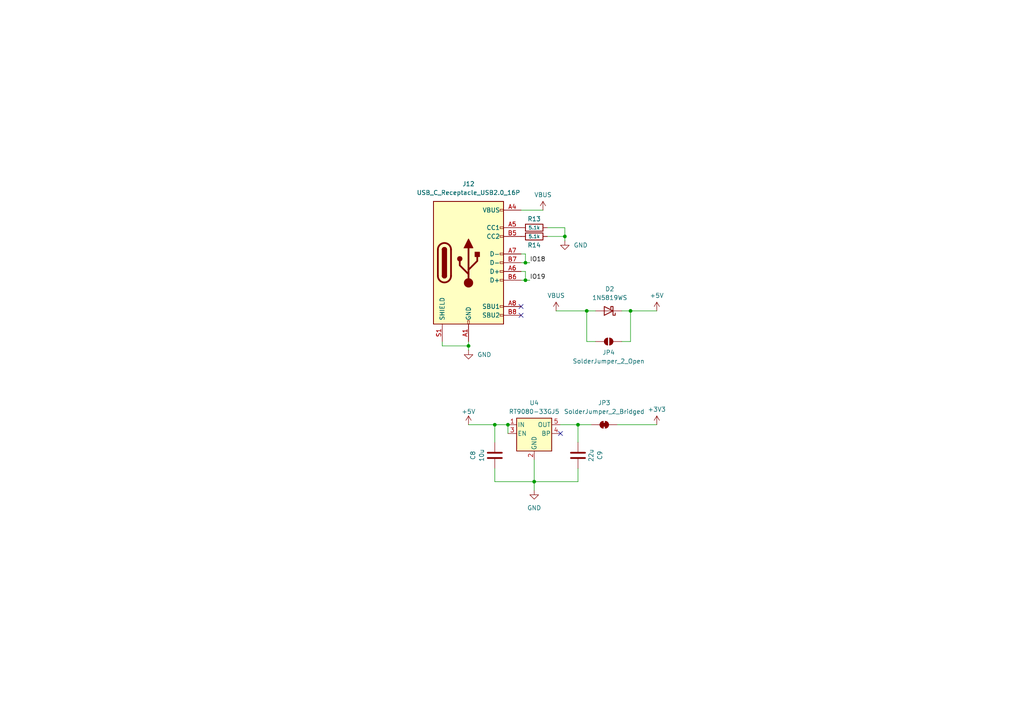
<source format=kicad_sch>
(kicad_sch
	(version 20250114)
	(generator "eeschema")
	(generator_version "9.0")
	(uuid "f4df11af-6036-4abd-a400-2d295c970c6f")
	(paper "A4")
	(lib_symbols
		(symbol "Connector:USB_C_Receptacle_USB2.0_16P"
			(pin_names
				(offset 1.016)
			)
			(exclude_from_sim no)
			(in_bom yes)
			(on_board yes)
			(property "Reference" "J"
				(at 0 22.225 0)
				(effects
					(font
						(size 1.27 1.27)
					)
				)
			)
			(property "Value" "USB_C_Receptacle_USB2.0_16P"
				(at 0 19.685 0)
				(effects
					(font
						(size 1.27 1.27)
					)
				)
			)
			(property "Footprint" ""
				(at 3.81 0 0)
				(effects
					(font
						(size 1.27 1.27)
					)
					(hide yes)
				)
			)
			(property "Datasheet" "https://www.usb.org/sites/default/files/documents/usb_type-c.zip"
				(at 3.81 0 0)
				(effects
					(font
						(size 1.27 1.27)
					)
					(hide yes)
				)
			)
			(property "Description" "USB 2.0-only 16P Type-C Receptacle connector"
				(at 0 0 0)
				(effects
					(font
						(size 1.27 1.27)
					)
					(hide yes)
				)
			)
			(property "ki_keywords" "usb universal serial bus type-C USB2.0"
				(at 0 0 0)
				(effects
					(font
						(size 1.27 1.27)
					)
					(hide yes)
				)
			)
			(property "ki_fp_filters" "USB*C*Receptacle*"
				(at 0 0 0)
				(effects
					(font
						(size 1.27 1.27)
					)
					(hide yes)
				)
			)
			(symbol "USB_C_Receptacle_USB2.0_16P_0_0"
				(rectangle
					(start -0.254 -17.78)
					(end 0.254 -16.764)
					(stroke
						(width 0)
						(type default)
					)
					(fill
						(type none)
					)
				)
				(rectangle
					(start 10.16 15.494)
					(end 9.144 14.986)
					(stroke
						(width 0)
						(type default)
					)
					(fill
						(type none)
					)
				)
				(rectangle
					(start 10.16 10.414)
					(end 9.144 9.906)
					(stroke
						(width 0)
						(type default)
					)
					(fill
						(type none)
					)
				)
				(rectangle
					(start 10.16 7.874)
					(end 9.144 7.366)
					(stroke
						(width 0)
						(type default)
					)
					(fill
						(type none)
					)
				)
				(rectangle
					(start 10.16 2.794)
					(end 9.144 2.286)
					(stroke
						(width 0)
						(type default)
					)
					(fill
						(type none)
					)
				)
				(rectangle
					(start 10.16 0.254)
					(end 9.144 -0.254)
					(stroke
						(width 0)
						(type default)
					)
					(fill
						(type none)
					)
				)
				(rectangle
					(start 10.16 -2.286)
					(end 9.144 -2.794)
					(stroke
						(width 0)
						(type default)
					)
					(fill
						(type none)
					)
				)
				(rectangle
					(start 10.16 -4.826)
					(end 9.144 -5.334)
					(stroke
						(width 0)
						(type default)
					)
					(fill
						(type none)
					)
				)
				(rectangle
					(start 10.16 -12.446)
					(end 9.144 -12.954)
					(stroke
						(width 0)
						(type default)
					)
					(fill
						(type none)
					)
				)
				(rectangle
					(start 10.16 -14.986)
					(end 9.144 -15.494)
					(stroke
						(width 0)
						(type default)
					)
					(fill
						(type none)
					)
				)
			)
			(symbol "USB_C_Receptacle_USB2.0_16P_0_1"
				(rectangle
					(start -10.16 17.78)
					(end 10.16 -17.78)
					(stroke
						(width 0.254)
						(type default)
					)
					(fill
						(type background)
					)
				)
				(polyline
					(pts
						(xy -8.89 -3.81) (xy -8.89 3.81)
					)
					(stroke
						(width 0.508)
						(type default)
					)
					(fill
						(type none)
					)
				)
				(rectangle
					(start -7.62 -3.81)
					(end -6.35 3.81)
					(stroke
						(width 0.254)
						(type default)
					)
					(fill
						(type outline)
					)
				)
				(arc
					(start -7.62 3.81)
					(mid -6.985 4.4423)
					(end -6.35 3.81)
					(stroke
						(width 0.254)
						(type default)
					)
					(fill
						(type none)
					)
				)
				(arc
					(start -7.62 3.81)
					(mid -6.985 4.4423)
					(end -6.35 3.81)
					(stroke
						(width 0.254)
						(type default)
					)
					(fill
						(type outline)
					)
				)
				(arc
					(start -8.89 3.81)
					(mid -6.985 5.7067)
					(end -5.08 3.81)
					(stroke
						(width 0.508)
						(type default)
					)
					(fill
						(type none)
					)
				)
				(arc
					(start -5.08 -3.81)
					(mid -6.985 -5.7067)
					(end -8.89 -3.81)
					(stroke
						(width 0.508)
						(type default)
					)
					(fill
						(type none)
					)
				)
				(arc
					(start -6.35 -3.81)
					(mid -6.985 -4.4423)
					(end -7.62 -3.81)
					(stroke
						(width 0.254)
						(type default)
					)
					(fill
						(type none)
					)
				)
				(arc
					(start -6.35 -3.81)
					(mid -6.985 -4.4423)
					(end -7.62 -3.81)
					(stroke
						(width 0.254)
						(type default)
					)
					(fill
						(type outline)
					)
				)
				(polyline
					(pts
						(xy -5.08 3.81) (xy -5.08 -3.81)
					)
					(stroke
						(width 0.508)
						(type default)
					)
					(fill
						(type none)
					)
				)
				(circle
					(center -2.54 1.143)
					(radius 0.635)
					(stroke
						(width 0.254)
						(type default)
					)
					(fill
						(type outline)
					)
				)
				(polyline
					(pts
						(xy -1.27 4.318) (xy 0 6.858) (xy 1.27 4.318) (xy -1.27 4.318)
					)
					(stroke
						(width 0.254)
						(type default)
					)
					(fill
						(type outline)
					)
				)
				(polyline
					(pts
						(xy 0 -2.032) (xy 2.54 0.508) (xy 2.54 1.778)
					)
					(stroke
						(width 0.508)
						(type default)
					)
					(fill
						(type none)
					)
				)
				(polyline
					(pts
						(xy 0 -3.302) (xy -2.54 -0.762) (xy -2.54 0.508)
					)
					(stroke
						(width 0.508)
						(type default)
					)
					(fill
						(type none)
					)
				)
				(polyline
					(pts
						(xy 0 -5.842) (xy 0 4.318)
					)
					(stroke
						(width 0.508)
						(type default)
					)
					(fill
						(type none)
					)
				)
				(circle
					(center 0 -5.842)
					(radius 1.27)
					(stroke
						(width 0)
						(type default)
					)
					(fill
						(type outline)
					)
				)
				(rectangle
					(start 1.905 1.778)
					(end 3.175 3.048)
					(stroke
						(width 0.254)
						(type default)
					)
					(fill
						(type outline)
					)
				)
			)
			(symbol "USB_C_Receptacle_USB2.0_16P_1_1"
				(pin passive line
					(at -7.62 -22.86 90)
					(length 5.08)
					(name "SHIELD"
						(effects
							(font
								(size 1.27 1.27)
							)
						)
					)
					(number "S1"
						(effects
							(font
								(size 1.27 1.27)
							)
						)
					)
				)
				(pin passive line
					(at 0 -22.86 90)
					(length 5.08)
					(name "GND"
						(effects
							(font
								(size 1.27 1.27)
							)
						)
					)
					(number "A1"
						(effects
							(font
								(size 1.27 1.27)
							)
						)
					)
				)
				(pin passive line
					(at 0 -22.86 90)
					(length 5.08)
					(hide yes)
					(name "GND"
						(effects
							(font
								(size 1.27 1.27)
							)
						)
					)
					(number "A12"
						(effects
							(font
								(size 1.27 1.27)
							)
						)
					)
				)
				(pin passive line
					(at 0 -22.86 90)
					(length 5.08)
					(hide yes)
					(name "GND"
						(effects
							(font
								(size 1.27 1.27)
							)
						)
					)
					(number "B1"
						(effects
							(font
								(size 1.27 1.27)
							)
						)
					)
				)
				(pin passive line
					(at 0 -22.86 90)
					(length 5.08)
					(hide yes)
					(name "GND"
						(effects
							(font
								(size 1.27 1.27)
							)
						)
					)
					(number "B12"
						(effects
							(font
								(size 1.27 1.27)
							)
						)
					)
				)
				(pin passive line
					(at 15.24 15.24 180)
					(length 5.08)
					(name "VBUS"
						(effects
							(font
								(size 1.27 1.27)
							)
						)
					)
					(number "A4"
						(effects
							(font
								(size 1.27 1.27)
							)
						)
					)
				)
				(pin passive line
					(at 15.24 15.24 180)
					(length 5.08)
					(hide yes)
					(name "VBUS"
						(effects
							(font
								(size 1.27 1.27)
							)
						)
					)
					(number "A9"
						(effects
							(font
								(size 1.27 1.27)
							)
						)
					)
				)
				(pin passive line
					(at 15.24 15.24 180)
					(length 5.08)
					(hide yes)
					(name "VBUS"
						(effects
							(font
								(size 1.27 1.27)
							)
						)
					)
					(number "B4"
						(effects
							(font
								(size 1.27 1.27)
							)
						)
					)
				)
				(pin passive line
					(at 15.24 15.24 180)
					(length 5.08)
					(hide yes)
					(name "VBUS"
						(effects
							(font
								(size 1.27 1.27)
							)
						)
					)
					(number "B9"
						(effects
							(font
								(size 1.27 1.27)
							)
						)
					)
				)
				(pin bidirectional line
					(at 15.24 10.16 180)
					(length 5.08)
					(name "CC1"
						(effects
							(font
								(size 1.27 1.27)
							)
						)
					)
					(number "A5"
						(effects
							(font
								(size 1.27 1.27)
							)
						)
					)
				)
				(pin bidirectional line
					(at 15.24 7.62 180)
					(length 5.08)
					(name "CC2"
						(effects
							(font
								(size 1.27 1.27)
							)
						)
					)
					(number "B5"
						(effects
							(font
								(size 1.27 1.27)
							)
						)
					)
				)
				(pin bidirectional line
					(at 15.24 2.54 180)
					(length 5.08)
					(name "D-"
						(effects
							(font
								(size 1.27 1.27)
							)
						)
					)
					(number "A7"
						(effects
							(font
								(size 1.27 1.27)
							)
						)
					)
				)
				(pin bidirectional line
					(at 15.24 0 180)
					(length 5.08)
					(name "D-"
						(effects
							(font
								(size 1.27 1.27)
							)
						)
					)
					(number "B7"
						(effects
							(font
								(size 1.27 1.27)
							)
						)
					)
				)
				(pin bidirectional line
					(at 15.24 -2.54 180)
					(length 5.08)
					(name "D+"
						(effects
							(font
								(size 1.27 1.27)
							)
						)
					)
					(number "A6"
						(effects
							(font
								(size 1.27 1.27)
							)
						)
					)
				)
				(pin bidirectional line
					(at 15.24 -5.08 180)
					(length 5.08)
					(name "D+"
						(effects
							(font
								(size 1.27 1.27)
							)
						)
					)
					(number "B6"
						(effects
							(font
								(size 1.27 1.27)
							)
						)
					)
				)
				(pin bidirectional line
					(at 15.24 -12.7 180)
					(length 5.08)
					(name "SBU1"
						(effects
							(font
								(size 1.27 1.27)
							)
						)
					)
					(number "A8"
						(effects
							(font
								(size 1.27 1.27)
							)
						)
					)
				)
				(pin bidirectional line
					(at 15.24 -15.24 180)
					(length 5.08)
					(name "SBU2"
						(effects
							(font
								(size 1.27 1.27)
							)
						)
					)
					(number "B8"
						(effects
							(font
								(size 1.27 1.27)
							)
						)
					)
				)
			)
			(embedded_fonts no)
		)
		(symbol "Device:C"
			(pin_numbers
				(hide yes)
			)
			(pin_names
				(offset 0.254)
			)
			(exclude_from_sim no)
			(in_bom yes)
			(on_board yes)
			(property "Reference" "C"
				(at 0.635 2.54 0)
				(effects
					(font
						(size 1.27 1.27)
					)
					(justify left)
				)
			)
			(property "Value" "C"
				(at 0.635 -2.54 0)
				(effects
					(font
						(size 1.27 1.27)
					)
					(justify left)
				)
			)
			(property "Footprint" ""
				(at 0.9652 -3.81 0)
				(effects
					(font
						(size 1.27 1.27)
					)
					(hide yes)
				)
			)
			(property "Datasheet" "~"
				(at 0 0 0)
				(effects
					(font
						(size 1.27 1.27)
					)
					(hide yes)
				)
			)
			(property "Description" "Unpolarized capacitor"
				(at 0 0 0)
				(effects
					(font
						(size 1.27 1.27)
					)
					(hide yes)
				)
			)
			(property "ki_keywords" "cap capacitor"
				(at 0 0 0)
				(effects
					(font
						(size 1.27 1.27)
					)
					(hide yes)
				)
			)
			(property "ki_fp_filters" "C_*"
				(at 0 0 0)
				(effects
					(font
						(size 1.27 1.27)
					)
					(hide yes)
				)
			)
			(symbol "C_0_1"
				(polyline
					(pts
						(xy -2.032 0.762) (xy 2.032 0.762)
					)
					(stroke
						(width 0.508)
						(type default)
					)
					(fill
						(type none)
					)
				)
				(polyline
					(pts
						(xy -2.032 -0.762) (xy 2.032 -0.762)
					)
					(stroke
						(width 0.508)
						(type default)
					)
					(fill
						(type none)
					)
				)
			)
			(symbol "C_1_1"
				(pin passive line
					(at 0 3.81 270)
					(length 2.794)
					(name "~"
						(effects
							(font
								(size 1.27 1.27)
							)
						)
					)
					(number "1"
						(effects
							(font
								(size 1.27 1.27)
							)
						)
					)
				)
				(pin passive line
					(at 0 -3.81 90)
					(length 2.794)
					(name "~"
						(effects
							(font
								(size 1.27 1.27)
							)
						)
					)
					(number "2"
						(effects
							(font
								(size 1.27 1.27)
							)
						)
					)
				)
			)
			(embedded_fonts no)
		)
		(symbol "Device:R"
			(pin_numbers
				(hide yes)
			)
			(pin_names
				(offset 0)
			)
			(exclude_from_sim no)
			(in_bom yes)
			(on_board yes)
			(property "Reference" "R"
				(at 2.032 0 90)
				(effects
					(font
						(size 1.27 1.27)
					)
				)
			)
			(property "Value" "R"
				(at 0 0 90)
				(effects
					(font
						(size 1.27 1.27)
					)
				)
			)
			(property "Footprint" ""
				(at -1.778 0 90)
				(effects
					(font
						(size 1.27 1.27)
					)
					(hide yes)
				)
			)
			(property "Datasheet" "~"
				(at 0 0 0)
				(effects
					(font
						(size 1.27 1.27)
					)
					(hide yes)
				)
			)
			(property "Description" "Resistor"
				(at 0 0 0)
				(effects
					(font
						(size 1.27 1.27)
					)
					(hide yes)
				)
			)
			(property "ki_keywords" "R res resistor"
				(at 0 0 0)
				(effects
					(font
						(size 1.27 1.27)
					)
					(hide yes)
				)
			)
			(property "ki_fp_filters" "R_*"
				(at 0 0 0)
				(effects
					(font
						(size 1.27 1.27)
					)
					(hide yes)
				)
			)
			(symbol "R_0_1"
				(rectangle
					(start -1.016 -2.54)
					(end 1.016 2.54)
					(stroke
						(width 0.254)
						(type default)
					)
					(fill
						(type none)
					)
				)
			)
			(symbol "R_1_1"
				(pin passive line
					(at 0 3.81 270)
					(length 1.27)
					(name "~"
						(effects
							(font
								(size 1.27 1.27)
							)
						)
					)
					(number "1"
						(effects
							(font
								(size 1.27 1.27)
							)
						)
					)
				)
				(pin passive line
					(at 0 -3.81 90)
					(length 1.27)
					(name "~"
						(effects
							(font
								(size 1.27 1.27)
							)
						)
					)
					(number "2"
						(effects
							(font
								(size 1.27 1.27)
							)
						)
					)
				)
			)
			(embedded_fonts no)
		)
		(symbol "Diode:1N5819WS"
			(pin_numbers
				(hide yes)
			)
			(pin_names
				(offset 1.016)
				(hide yes)
			)
			(exclude_from_sim no)
			(in_bom yes)
			(on_board yes)
			(property "Reference" "D"
				(at 0 2.54 0)
				(effects
					(font
						(size 1.27 1.27)
					)
				)
			)
			(property "Value" "1N5819WS"
				(at 0 -2.54 0)
				(effects
					(font
						(size 1.27 1.27)
					)
				)
			)
			(property "Footprint" "Diode_SMD:D_SOD-323"
				(at 0 -4.445 0)
				(effects
					(font
						(size 1.27 1.27)
					)
					(hide yes)
				)
			)
			(property "Datasheet" "https://datasheet.lcsc.com/lcsc/2204281430_Guangdong-Hottech-1N5819WS_C191023.pdf"
				(at 0 0 0)
				(effects
					(font
						(size 1.27 1.27)
					)
					(hide yes)
				)
			)
			(property "Description" "40V 600mV@1A 1A SOD-323 Schottky Barrier Diodes, SOD-323"
				(at 0 0 0)
				(effects
					(font
						(size 1.27 1.27)
					)
					(hide yes)
				)
			)
			(property "ki_keywords" "diode Schottky"
				(at 0 0 0)
				(effects
					(font
						(size 1.27 1.27)
					)
					(hide yes)
				)
			)
			(property "ki_fp_filters" "D*SOD?323*"
				(at 0 0 0)
				(effects
					(font
						(size 1.27 1.27)
					)
					(hide yes)
				)
			)
			(symbol "1N5819WS_0_1"
				(polyline
					(pts
						(xy -1.905 0.635) (xy -1.905 1.27) (xy -1.27 1.27) (xy -1.27 -1.27) (xy -0.635 -1.27) (xy -0.635 -0.635)
					)
					(stroke
						(width 0.254)
						(type default)
					)
					(fill
						(type none)
					)
				)
				(polyline
					(pts
						(xy 1.27 1.27) (xy 1.27 -1.27) (xy -1.27 0) (xy 1.27 1.27)
					)
					(stroke
						(width 0.254)
						(type default)
					)
					(fill
						(type none)
					)
				)
				(polyline
					(pts
						(xy 1.27 0) (xy -1.27 0)
					)
					(stroke
						(width 0)
						(type default)
					)
					(fill
						(type none)
					)
				)
			)
			(symbol "1N5819WS_1_1"
				(pin passive line
					(at -3.81 0 0)
					(length 2.54)
					(name "K"
						(effects
							(font
								(size 1.27 1.27)
							)
						)
					)
					(number "1"
						(effects
							(font
								(size 1.27 1.27)
							)
						)
					)
				)
				(pin passive line
					(at 3.81 0 180)
					(length 2.54)
					(name "A"
						(effects
							(font
								(size 1.27 1.27)
							)
						)
					)
					(number "2"
						(effects
							(font
								(size 1.27 1.27)
							)
						)
					)
				)
			)
			(embedded_fonts no)
		)
		(symbol "Jumper:SolderJumper_2_Bridged"
			(pin_numbers
				(hide yes)
			)
			(pin_names
				(offset 0)
				(hide yes)
			)
			(exclude_from_sim yes)
			(in_bom no)
			(on_board yes)
			(property "Reference" "JP"
				(at 0 2.032 0)
				(effects
					(font
						(size 1.27 1.27)
					)
				)
			)
			(property "Value" "SolderJumper_2_Bridged"
				(at 0 -2.54 0)
				(effects
					(font
						(size 1.27 1.27)
					)
				)
			)
			(property "Footprint" ""
				(at 0 0 0)
				(effects
					(font
						(size 1.27 1.27)
					)
					(hide yes)
				)
			)
			(property "Datasheet" "~"
				(at 0 0 0)
				(effects
					(font
						(size 1.27 1.27)
					)
					(hide yes)
				)
			)
			(property "Description" "Solder Jumper, 2-pole, closed/bridged"
				(at 0 0 0)
				(effects
					(font
						(size 1.27 1.27)
					)
					(hide yes)
				)
			)
			(property "ki_keywords" "solder jumper SPST"
				(at 0 0 0)
				(effects
					(font
						(size 1.27 1.27)
					)
					(hide yes)
				)
			)
			(property "ki_fp_filters" "SolderJumper*Bridged*"
				(at 0 0 0)
				(effects
					(font
						(size 1.27 1.27)
					)
					(hide yes)
				)
			)
			(symbol "SolderJumper_2_Bridged_0_1"
				(rectangle
					(start -0.508 0.508)
					(end 0.508 -0.508)
					(stroke
						(width 0)
						(type default)
					)
					(fill
						(type outline)
					)
				)
				(polyline
					(pts
						(xy -0.254 1.016) (xy -0.254 -1.016)
					)
					(stroke
						(width 0)
						(type default)
					)
					(fill
						(type none)
					)
				)
				(arc
					(start -0.254 -1.016)
					(mid -1.2656 0)
					(end -0.254 1.016)
					(stroke
						(width 0)
						(type default)
					)
					(fill
						(type none)
					)
				)
				(arc
					(start -0.254 -1.016)
					(mid -1.2656 0)
					(end -0.254 1.016)
					(stroke
						(width 0)
						(type default)
					)
					(fill
						(type outline)
					)
				)
				(arc
					(start 0.254 1.016)
					(mid 1.2656 0)
					(end 0.254 -1.016)
					(stroke
						(width 0)
						(type default)
					)
					(fill
						(type none)
					)
				)
				(arc
					(start 0.254 1.016)
					(mid 1.2656 0)
					(end 0.254 -1.016)
					(stroke
						(width 0)
						(type default)
					)
					(fill
						(type outline)
					)
				)
				(polyline
					(pts
						(xy 0.254 1.016) (xy 0.254 -1.016)
					)
					(stroke
						(width 0)
						(type default)
					)
					(fill
						(type none)
					)
				)
			)
			(symbol "SolderJumper_2_Bridged_1_1"
				(pin passive line
					(at -3.81 0 0)
					(length 2.54)
					(name "A"
						(effects
							(font
								(size 1.27 1.27)
							)
						)
					)
					(number "1"
						(effects
							(font
								(size 1.27 1.27)
							)
						)
					)
				)
				(pin passive line
					(at 3.81 0 180)
					(length 2.54)
					(name "B"
						(effects
							(font
								(size 1.27 1.27)
							)
						)
					)
					(number "2"
						(effects
							(font
								(size 1.27 1.27)
							)
						)
					)
				)
			)
			(embedded_fonts no)
		)
		(symbol "Jumper:SolderJumper_2_Open"
			(pin_numbers
				(hide yes)
			)
			(pin_names
				(offset 0)
				(hide yes)
			)
			(exclude_from_sim yes)
			(in_bom no)
			(on_board yes)
			(property "Reference" "JP"
				(at 0 2.032 0)
				(effects
					(font
						(size 1.27 1.27)
					)
				)
			)
			(property "Value" "SolderJumper_2_Open"
				(at 0 -2.54 0)
				(effects
					(font
						(size 1.27 1.27)
					)
				)
			)
			(property "Footprint" ""
				(at 0 0 0)
				(effects
					(font
						(size 1.27 1.27)
					)
					(hide yes)
				)
			)
			(property "Datasheet" "~"
				(at 0 0 0)
				(effects
					(font
						(size 1.27 1.27)
					)
					(hide yes)
				)
			)
			(property "Description" "Solder Jumper, 2-pole, open"
				(at 0 0 0)
				(effects
					(font
						(size 1.27 1.27)
					)
					(hide yes)
				)
			)
			(property "ki_keywords" "solder jumper SPST"
				(at 0 0 0)
				(effects
					(font
						(size 1.27 1.27)
					)
					(hide yes)
				)
			)
			(property "ki_fp_filters" "SolderJumper*Open*"
				(at 0 0 0)
				(effects
					(font
						(size 1.27 1.27)
					)
					(hide yes)
				)
			)
			(symbol "SolderJumper_2_Open_0_1"
				(polyline
					(pts
						(xy -0.254 1.016) (xy -0.254 -1.016)
					)
					(stroke
						(width 0)
						(type default)
					)
					(fill
						(type none)
					)
				)
				(arc
					(start -0.254 -1.016)
					(mid -1.2656 0)
					(end -0.254 1.016)
					(stroke
						(width 0)
						(type default)
					)
					(fill
						(type none)
					)
				)
				(arc
					(start -0.254 -1.016)
					(mid -1.2656 0)
					(end -0.254 1.016)
					(stroke
						(width 0)
						(type default)
					)
					(fill
						(type outline)
					)
				)
				(arc
					(start 0.254 1.016)
					(mid 1.2656 0)
					(end 0.254 -1.016)
					(stroke
						(width 0)
						(type default)
					)
					(fill
						(type none)
					)
				)
				(arc
					(start 0.254 1.016)
					(mid 1.2656 0)
					(end 0.254 -1.016)
					(stroke
						(width 0)
						(type default)
					)
					(fill
						(type outline)
					)
				)
				(polyline
					(pts
						(xy 0.254 1.016) (xy 0.254 -1.016)
					)
					(stroke
						(width 0)
						(type default)
					)
					(fill
						(type none)
					)
				)
			)
			(symbol "SolderJumper_2_Open_1_1"
				(pin passive line
					(at -3.81 0 0)
					(length 2.54)
					(name "A"
						(effects
							(font
								(size 1.27 1.27)
							)
						)
					)
					(number "1"
						(effects
							(font
								(size 1.27 1.27)
							)
						)
					)
				)
				(pin passive line
					(at 3.81 0 180)
					(length 2.54)
					(name "B"
						(effects
							(font
								(size 1.27 1.27)
							)
						)
					)
					(number "2"
						(effects
							(font
								(size 1.27 1.27)
							)
						)
					)
				)
			)
			(embedded_fonts no)
		)
		(symbol "Regulator_Linear:AP131-33"
			(pin_names
				(offset 0.254)
			)
			(exclude_from_sim no)
			(in_bom yes)
			(on_board yes)
			(property "Reference" "U"
				(at -3.81 5.715 0)
				(effects
					(font
						(size 1.27 1.27)
					)
				)
			)
			(property "Value" "AP131-33"
				(at 0 5.715 0)
				(effects
					(font
						(size 1.27 1.27)
					)
					(justify left)
				)
			)
			(property "Footprint" "Package_TO_SOT_SMD:SOT-23-5"
				(at 0 8.255 0)
				(effects
					(font
						(size 1.27 1.27)
					)
					(hide yes)
				)
			)
			(property "Datasheet" "http://www.diodes.com/_files/datasheets/AP131.pdf"
				(at 0 0 0)
				(effects
					(font
						(size 1.27 1.27)
					)
					(hide yes)
				)
			)
			(property "Description" "300mA low dropout linear regulator, shutdown pin, 3.3V fixed positive output, SOT-23-5"
				(at 0 0 0)
				(effects
					(font
						(size 1.27 1.27)
					)
					(hide yes)
				)
			)
			(property "ki_keywords" "linear regulator ldo fixed positive"
				(at 0 0 0)
				(effects
					(font
						(size 1.27 1.27)
					)
					(hide yes)
				)
			)
			(property "ki_fp_filters" "SOT?23*"
				(at 0 0 0)
				(effects
					(font
						(size 1.27 1.27)
					)
					(hide yes)
				)
			)
			(symbol "AP131-33_0_1"
				(rectangle
					(start -5.08 4.445)
					(end 5.08 -5.08)
					(stroke
						(width 0.254)
						(type default)
					)
					(fill
						(type background)
					)
				)
			)
			(symbol "AP131-33_1_1"
				(pin power_in line
					(at -7.62 2.54 0)
					(length 2.54)
					(name "IN"
						(effects
							(font
								(size 1.27 1.27)
							)
						)
					)
					(number "1"
						(effects
							(font
								(size 1.27 1.27)
							)
						)
					)
				)
				(pin input line
					(at -7.62 0 0)
					(length 2.54)
					(name "EN"
						(effects
							(font
								(size 1.27 1.27)
							)
						)
					)
					(number "3"
						(effects
							(font
								(size 1.27 1.27)
							)
						)
					)
				)
				(pin power_in line
					(at 0 -7.62 90)
					(length 2.54)
					(name "GND"
						(effects
							(font
								(size 1.27 1.27)
							)
						)
					)
					(number "2"
						(effects
							(font
								(size 1.27 1.27)
							)
						)
					)
				)
				(pin power_out line
					(at 7.62 2.54 180)
					(length 2.54)
					(name "OUT"
						(effects
							(font
								(size 1.27 1.27)
							)
						)
					)
					(number "5"
						(effects
							(font
								(size 1.27 1.27)
							)
						)
					)
				)
				(pin input line
					(at 7.62 0 180)
					(length 2.54)
					(name "BP"
						(effects
							(font
								(size 1.27 1.27)
							)
						)
					)
					(number "4"
						(effects
							(font
								(size 1.27 1.27)
							)
						)
					)
				)
			)
			(embedded_fonts no)
		)
		(symbol "power:+3V3"
			(power)
			(pin_numbers
				(hide yes)
			)
			(pin_names
				(offset 0)
				(hide yes)
			)
			(exclude_from_sim no)
			(in_bom yes)
			(on_board yes)
			(property "Reference" "#PWR"
				(at 0 -3.81 0)
				(effects
					(font
						(size 1.27 1.27)
					)
					(hide yes)
				)
			)
			(property "Value" "+3V3"
				(at 0 3.556 0)
				(effects
					(font
						(size 1.27 1.27)
					)
				)
			)
			(property "Footprint" ""
				(at 0 0 0)
				(effects
					(font
						(size 1.27 1.27)
					)
					(hide yes)
				)
			)
			(property "Datasheet" ""
				(at 0 0 0)
				(effects
					(font
						(size 1.27 1.27)
					)
					(hide yes)
				)
			)
			(property "Description" "Power symbol creates a global label with name \"+3V3\""
				(at 0 0 0)
				(effects
					(font
						(size 1.27 1.27)
					)
					(hide yes)
				)
			)
			(property "ki_keywords" "global power"
				(at 0 0 0)
				(effects
					(font
						(size 1.27 1.27)
					)
					(hide yes)
				)
			)
			(symbol "+3V3_0_1"
				(polyline
					(pts
						(xy -0.762 1.27) (xy 0 2.54)
					)
					(stroke
						(width 0)
						(type default)
					)
					(fill
						(type none)
					)
				)
				(polyline
					(pts
						(xy 0 2.54) (xy 0.762 1.27)
					)
					(stroke
						(width 0)
						(type default)
					)
					(fill
						(type none)
					)
				)
				(polyline
					(pts
						(xy 0 0) (xy 0 2.54)
					)
					(stroke
						(width 0)
						(type default)
					)
					(fill
						(type none)
					)
				)
			)
			(symbol "+3V3_1_1"
				(pin power_in line
					(at 0 0 90)
					(length 0)
					(name "~"
						(effects
							(font
								(size 1.27 1.27)
							)
						)
					)
					(number "1"
						(effects
							(font
								(size 1.27 1.27)
							)
						)
					)
				)
			)
			(embedded_fonts no)
		)
		(symbol "power:+5V"
			(power)
			(pin_numbers
				(hide yes)
			)
			(pin_names
				(offset 0)
				(hide yes)
			)
			(exclude_from_sim no)
			(in_bom yes)
			(on_board yes)
			(property "Reference" "#PWR"
				(at 0 -3.81 0)
				(effects
					(font
						(size 1.27 1.27)
					)
					(hide yes)
				)
			)
			(property "Value" "+5V"
				(at 0 3.556 0)
				(effects
					(font
						(size 1.27 1.27)
					)
				)
			)
			(property "Footprint" ""
				(at 0 0 0)
				(effects
					(font
						(size 1.27 1.27)
					)
					(hide yes)
				)
			)
			(property "Datasheet" ""
				(at 0 0 0)
				(effects
					(font
						(size 1.27 1.27)
					)
					(hide yes)
				)
			)
			(property "Description" "Power symbol creates a global label with name \"+5V\""
				(at 0 0 0)
				(effects
					(font
						(size 1.27 1.27)
					)
					(hide yes)
				)
			)
			(property "ki_keywords" "global power"
				(at 0 0 0)
				(effects
					(font
						(size 1.27 1.27)
					)
					(hide yes)
				)
			)
			(symbol "+5V_0_1"
				(polyline
					(pts
						(xy -0.762 1.27) (xy 0 2.54)
					)
					(stroke
						(width 0)
						(type default)
					)
					(fill
						(type none)
					)
				)
				(polyline
					(pts
						(xy 0 2.54) (xy 0.762 1.27)
					)
					(stroke
						(width 0)
						(type default)
					)
					(fill
						(type none)
					)
				)
				(polyline
					(pts
						(xy 0 0) (xy 0 2.54)
					)
					(stroke
						(width 0)
						(type default)
					)
					(fill
						(type none)
					)
				)
			)
			(symbol "+5V_1_1"
				(pin power_in line
					(at 0 0 90)
					(length 0)
					(name "~"
						(effects
							(font
								(size 1.27 1.27)
							)
						)
					)
					(number "1"
						(effects
							(font
								(size 1.27 1.27)
							)
						)
					)
				)
			)
			(embedded_fonts no)
		)
		(symbol "power:GND"
			(power)
			(pin_numbers
				(hide yes)
			)
			(pin_names
				(offset 0)
				(hide yes)
			)
			(exclude_from_sim no)
			(in_bom yes)
			(on_board yes)
			(property "Reference" "#PWR"
				(at 0 -6.35 0)
				(effects
					(font
						(size 1.27 1.27)
					)
					(hide yes)
				)
			)
			(property "Value" "GND"
				(at 0 -3.81 0)
				(effects
					(font
						(size 1.27 1.27)
					)
				)
			)
			(property "Footprint" ""
				(at 0 0 0)
				(effects
					(font
						(size 1.27 1.27)
					)
					(hide yes)
				)
			)
			(property "Datasheet" ""
				(at 0 0 0)
				(effects
					(font
						(size 1.27 1.27)
					)
					(hide yes)
				)
			)
			(property "Description" "Power symbol creates a global label with name \"GND\" , ground"
				(at 0 0 0)
				(effects
					(font
						(size 1.27 1.27)
					)
					(hide yes)
				)
			)
			(property "ki_keywords" "global power"
				(at 0 0 0)
				(effects
					(font
						(size 1.27 1.27)
					)
					(hide yes)
				)
			)
			(symbol "GND_0_1"
				(polyline
					(pts
						(xy 0 0) (xy 0 -1.27) (xy 1.27 -1.27) (xy 0 -2.54) (xy -1.27 -1.27) (xy 0 -1.27)
					)
					(stroke
						(width 0)
						(type default)
					)
					(fill
						(type none)
					)
				)
			)
			(symbol "GND_1_1"
				(pin power_in line
					(at 0 0 270)
					(length 0)
					(name "~"
						(effects
							(font
								(size 1.27 1.27)
							)
						)
					)
					(number "1"
						(effects
							(font
								(size 1.27 1.27)
							)
						)
					)
				)
			)
			(embedded_fonts no)
		)
		(symbol "power:VBUS"
			(power)
			(pin_numbers
				(hide yes)
			)
			(pin_names
				(offset 0)
				(hide yes)
			)
			(exclude_from_sim no)
			(in_bom yes)
			(on_board yes)
			(property "Reference" "#PWR"
				(at 0 -3.81 0)
				(effects
					(font
						(size 1.27 1.27)
					)
					(hide yes)
				)
			)
			(property "Value" "VBUS"
				(at 0 3.556 0)
				(effects
					(font
						(size 1.27 1.27)
					)
				)
			)
			(property "Footprint" ""
				(at 0 0 0)
				(effects
					(font
						(size 1.27 1.27)
					)
					(hide yes)
				)
			)
			(property "Datasheet" ""
				(at 0 0 0)
				(effects
					(font
						(size 1.27 1.27)
					)
					(hide yes)
				)
			)
			(property "Description" "Power symbol creates a global label with name \"VBUS\""
				(at 0 0 0)
				(effects
					(font
						(size 1.27 1.27)
					)
					(hide yes)
				)
			)
			(property "ki_keywords" "global power"
				(at 0 0 0)
				(effects
					(font
						(size 1.27 1.27)
					)
					(hide yes)
				)
			)
			(symbol "VBUS_0_1"
				(polyline
					(pts
						(xy -0.762 1.27) (xy 0 2.54)
					)
					(stroke
						(width 0)
						(type default)
					)
					(fill
						(type none)
					)
				)
				(polyline
					(pts
						(xy 0 2.54) (xy 0.762 1.27)
					)
					(stroke
						(width 0)
						(type default)
					)
					(fill
						(type none)
					)
				)
				(polyline
					(pts
						(xy 0 0) (xy 0 2.54)
					)
					(stroke
						(width 0)
						(type default)
					)
					(fill
						(type none)
					)
				)
			)
			(symbol "VBUS_1_1"
				(pin power_in line
					(at 0 0 90)
					(length 0)
					(name "~"
						(effects
							(font
								(size 1.27 1.27)
							)
						)
					)
					(number "1"
						(effects
							(font
								(size 1.27 1.27)
							)
						)
					)
				)
			)
			(embedded_fonts no)
		)
	)
	(junction
		(at 152.4 81.28)
		(diameter 0)
		(color 0 0 0 0)
		(uuid "3e25fdb4-cf5d-4ed0-bf93-2126252cca19")
	)
	(junction
		(at 182.88 90.17)
		(diameter 0)
		(color 0 0 0 0)
		(uuid "769e077d-62e5-451c-a2f5-45070b17a299")
	)
	(junction
		(at 143.51 123.19)
		(diameter 0)
		(color 0 0 0 0)
		(uuid "aa28e653-ecc4-4593-8d78-f58cee570dfb")
	)
	(junction
		(at 163.83 68.58)
		(diameter 0)
		(color 0 0 0 0)
		(uuid "b404c562-e1eb-4e08-a4f3-faf8ff934c12")
	)
	(junction
		(at 152.4 76.2)
		(diameter 0)
		(color 0 0 0 0)
		(uuid "b87438d1-b485-4a39-9da6-7be668fc7d27")
	)
	(junction
		(at 135.89 100.33)
		(diameter 0)
		(color 0 0 0 0)
		(uuid "c9d4d251-0205-4806-8ef7-cbf0eca34fa2")
	)
	(junction
		(at 170.18 90.17)
		(diameter 0)
		(color 0 0 0 0)
		(uuid "cf35a3ca-da20-4d72-8eb4-dc68fcc70a29")
	)
	(junction
		(at 167.64 123.19)
		(diameter 0)
		(color 0 0 0 0)
		(uuid "d56a63c5-4bfd-4062-a78a-41b21798717f")
	)
	(junction
		(at 154.94 139.7)
		(diameter 0)
		(color 0 0 0 0)
		(uuid "f5f4aa66-6c85-4d1a-8dfb-09014b086b83")
	)
	(junction
		(at 147.32 123.19)
		(diameter 0)
		(color 0 0 0 0)
		(uuid "fe341191-1d43-4d0d-ace2-99cd10c82859")
	)
	(no_connect
		(at 151.13 91.44)
		(uuid "49a4a0aa-0749-4e26-bf18-2de390dc4c78")
	)
	(no_connect
		(at 162.56 125.73)
		(uuid "76d75e42-37cd-4746-bdd4-aa0a0d53ecce")
	)
	(no_connect
		(at 151.13 88.9)
		(uuid "846cc945-e9df-4f5a-8ae1-2764925187e7")
	)
	(wire
		(pts
			(xy 163.83 68.58) (xy 158.75 68.58)
		)
		(stroke
			(width 0)
			(type default)
		)
		(uuid "09e37af6-0952-4250-a005-d9d9d4e1d364")
	)
	(wire
		(pts
			(xy 154.94 142.24) (xy 154.94 139.7)
		)
		(stroke
			(width 0)
			(type default)
		)
		(uuid "0cda01b4-4e6c-4974-99ed-c0ece4f2f3d1")
	)
	(wire
		(pts
			(xy 161.29 90.17) (xy 170.18 90.17)
		)
		(stroke
			(width 0)
			(type default)
		)
		(uuid "0dc1a663-5537-4bf7-a9db-d169a5d2a0e4")
	)
	(wire
		(pts
			(xy 180.34 99.06) (xy 182.88 99.06)
		)
		(stroke
			(width 0)
			(type default)
		)
		(uuid "0ec49113-389b-49a0-aca2-94de0a2964b9")
	)
	(wire
		(pts
			(xy 154.94 139.7) (xy 167.64 139.7)
		)
		(stroke
			(width 0)
			(type default)
		)
		(uuid "1871ca74-e1f0-42d7-b64e-9eae1ad67c2f")
	)
	(wire
		(pts
			(xy 128.27 100.33) (xy 135.89 100.33)
		)
		(stroke
			(width 0)
			(type default)
		)
		(uuid "201282b9-a809-4bac-9797-b19f08c2c3e8")
	)
	(wire
		(pts
			(xy 151.13 73.66) (xy 152.4 73.66)
		)
		(stroke
			(width 0)
			(type default)
		)
		(uuid "23c471c6-7768-4549-8955-bb3078276b30")
	)
	(wire
		(pts
			(xy 162.56 123.19) (xy 167.64 123.19)
		)
		(stroke
			(width 0)
			(type default)
		)
		(uuid "265cbff8-4311-4dfe-9c63-a092172243b5")
	)
	(wire
		(pts
			(xy 163.83 69.85) (xy 163.83 68.58)
		)
		(stroke
			(width 0)
			(type default)
		)
		(uuid "296b533b-7004-4a9b-b80c-7c1e0f39a11d")
	)
	(wire
		(pts
			(xy 143.51 135.89) (xy 143.51 139.7)
		)
		(stroke
			(width 0)
			(type default)
		)
		(uuid "2f551430-025a-40c6-9e2b-58fcb8438a00")
	)
	(wire
		(pts
			(xy 170.18 99.06) (xy 170.18 90.17)
		)
		(stroke
			(width 0)
			(type default)
		)
		(uuid "37122345-2a5d-4c63-870b-49ea722dd16b")
	)
	(wire
		(pts
			(xy 182.88 99.06) (xy 182.88 90.17)
		)
		(stroke
			(width 0)
			(type default)
		)
		(uuid "3858cee4-8a8c-444f-87bd-e0f23e7502aa")
	)
	(wire
		(pts
			(xy 167.64 135.89) (xy 167.64 139.7)
		)
		(stroke
			(width 0)
			(type default)
		)
		(uuid "38aae89e-1c4d-4bb0-8dcc-f8ad996a19af")
	)
	(wire
		(pts
			(xy 151.13 78.74) (xy 152.4 78.74)
		)
		(stroke
			(width 0)
			(type default)
		)
		(uuid "4adaefdd-3d8e-4775-bec0-1b0f5eb9b645")
	)
	(wire
		(pts
			(xy 152.4 78.74) (xy 152.4 81.28)
		)
		(stroke
			(width 0)
			(type default)
		)
		(uuid "4ae749a5-5c02-42b6-aa8c-18bdae4bdd8d")
	)
	(wire
		(pts
			(xy 152.4 81.28) (xy 153.67 81.28)
		)
		(stroke
			(width 0)
			(type default)
		)
		(uuid "4bd205ba-3882-4878-8f11-6bd5983e3021")
	)
	(wire
		(pts
			(xy 170.18 99.06) (xy 172.72 99.06)
		)
		(stroke
			(width 0)
			(type default)
		)
		(uuid "4c178d45-bbd9-40ea-b603-a2e3fa447e9f")
	)
	(wire
		(pts
			(xy 143.51 139.7) (xy 154.94 139.7)
		)
		(stroke
			(width 0)
			(type default)
		)
		(uuid "4cbc529e-b5d3-4f75-9e64-85baf9cfab44")
	)
	(wire
		(pts
			(xy 190.5 90.17) (xy 182.88 90.17)
		)
		(stroke
			(width 0)
			(type default)
		)
		(uuid "56e2474a-1875-49f6-a2b0-e47a2562ee45")
	)
	(wire
		(pts
			(xy 135.89 101.6) (xy 135.89 100.33)
		)
		(stroke
			(width 0)
			(type default)
		)
		(uuid "632ad402-a8a6-484d-a3d4-2ed0f300a838")
	)
	(wire
		(pts
			(xy 167.64 123.19) (xy 167.64 128.27)
		)
		(stroke
			(width 0)
			(type default)
		)
		(uuid "68863764-1967-4409-b160-5c59238e94e7")
	)
	(wire
		(pts
			(xy 128.27 99.06) (xy 128.27 100.33)
		)
		(stroke
			(width 0)
			(type default)
		)
		(uuid "6a1d153d-ce94-4538-b47c-da1c3fe4d236")
	)
	(wire
		(pts
			(xy 180.34 90.17) (xy 182.88 90.17)
		)
		(stroke
			(width 0)
			(type default)
		)
		(uuid "6a4f8317-dac9-44d2-aeac-c75136d18d3d")
	)
	(wire
		(pts
			(xy 151.13 76.2) (xy 152.4 76.2)
		)
		(stroke
			(width 0)
			(type default)
		)
		(uuid "6bc3df29-a4c4-4c3e-ab26-9be326c89bf9")
	)
	(wire
		(pts
			(xy 152.4 81.28) (xy 151.13 81.28)
		)
		(stroke
			(width 0)
			(type default)
		)
		(uuid "74bbd14f-795a-45d3-bfe9-3a4e5cfe07db")
	)
	(wire
		(pts
			(xy 170.18 90.17) (xy 172.72 90.17)
		)
		(stroke
			(width 0)
			(type default)
		)
		(uuid "7da33b1b-d3b7-4816-b120-bb640d3073ac")
	)
	(wire
		(pts
			(xy 157.48 60.96) (xy 151.13 60.96)
		)
		(stroke
			(width 0)
			(type default)
		)
		(uuid "7e239690-67b7-4c30-a4ad-8b9472dab7f1")
	)
	(wire
		(pts
			(xy 135.89 100.33) (xy 135.89 99.06)
		)
		(stroke
			(width 0)
			(type default)
		)
		(uuid "865203bf-540e-44b3-99ac-2e2e2e1cb68d")
	)
	(wire
		(pts
			(xy 163.83 66.04) (xy 163.83 68.58)
		)
		(stroke
			(width 0)
			(type default)
		)
		(uuid "9ab5fb00-121f-4b48-bfa7-c9cfc2a823a3")
	)
	(wire
		(pts
			(xy 147.32 123.19) (xy 147.32 125.73)
		)
		(stroke
			(width 0)
			(type default)
		)
		(uuid "b80fd3f7-a634-44b3-b753-ad1dbeae2f25")
	)
	(wire
		(pts
			(xy 143.51 123.19) (xy 143.51 128.27)
		)
		(stroke
			(width 0)
			(type default)
		)
		(uuid "c8adbbcb-dee6-4e98-a0e1-7a098af584e8")
	)
	(wire
		(pts
			(xy 163.83 66.04) (xy 158.75 66.04)
		)
		(stroke
			(width 0)
			(type default)
		)
		(uuid "c9fe5fa5-d88c-4033-862e-232bb8b0250a")
	)
	(wire
		(pts
			(xy 152.4 76.2) (xy 153.67 76.2)
		)
		(stroke
			(width 0)
			(type default)
		)
		(uuid "d5d1e117-91ef-469d-bc38-911c14ce9841")
	)
	(wire
		(pts
			(xy 152.4 76.2) (xy 152.4 73.66)
		)
		(stroke
			(width 0)
			(type default)
		)
		(uuid "e2979c9f-e2ab-4562-a781-cacf3b591726")
	)
	(wire
		(pts
			(xy 167.64 123.19) (xy 171.45 123.19)
		)
		(stroke
			(width 0)
			(type default)
		)
		(uuid "e30bad14-ee58-4af4-9807-0f13e3028719")
	)
	(wire
		(pts
			(xy 135.89 123.19) (xy 143.51 123.19)
		)
		(stroke
			(width 0)
			(type default)
		)
		(uuid "e789b7a8-13aa-4c94-89ff-9eb9e53d65b5")
	)
	(wire
		(pts
			(xy 190.5 123.19) (xy 179.07 123.19)
		)
		(stroke
			(width 0)
			(type default)
		)
		(uuid "f63ab7d7-c342-4398-8baf-0a5ad090f589")
	)
	(wire
		(pts
			(xy 143.51 123.19) (xy 147.32 123.19)
		)
		(stroke
			(width 0)
			(type default)
		)
		(uuid "f818e205-7b03-4c2b-9b75-0c883cf2affd")
	)
	(wire
		(pts
			(xy 154.94 133.35) (xy 154.94 139.7)
		)
		(stroke
			(width 0)
			(type default)
		)
		(uuid "fc30b6e0-430f-42aa-82ac-89bf94928f71")
	)
	(label "IO18"
		(at 153.67 76.2 0)
		(effects
			(font
				(size 1.27 1.27)
			)
			(justify left bottom)
		)
		(uuid "78ec2fae-9533-4fc2-80d1-5ac0726dc5dc")
	)
	(label "IO19"
		(at 153.67 81.28 0)
		(effects
			(font
				(size 1.27 1.27)
			)
			(justify left bottom)
		)
		(uuid "efd523f4-44da-41f2-90fc-7623f894aeb0")
	)
	(symbol
		(lib_id "Device:R")
		(at 154.94 66.04 90)
		(unit 1)
		(exclude_from_sim no)
		(in_bom yes)
		(on_board yes)
		(dnp no)
		(uuid "004830d1-becc-4a46-b0d9-6534091bf062")
		(property "Reference" "R13"
			(at 154.94 63.5 90)
			(effects
				(font
					(size 1.27 1.27)
				)
			)
		)
		(property "Value" "5.1k"
			(at 154.94 66.04 90)
			(effects
				(font
					(size 1 1)
				)
			)
		)
		(property "Footprint" "Resistor_SMD:R_0402_1005Metric"
			(at 154.94 67.818 90)
			(effects
				(font
					(size 1.27 1.27)
				)
				(hide yes)
			)
		)
		(property "Datasheet" "~"
			(at 154.94 66.04 0)
			(effects
				(font
					(size 1.27 1.27)
				)
				(hide yes)
			)
		)
		(property "Description" "Resistor"
			(at 154.94 66.04 0)
			(effects
				(font
					(size 1.27 1.27)
				)
				(hide yes)
			)
		)
		(property "LCSC" "C25905"
			(at 154.94 66.04 90)
			(effects
				(font
					(size 1.27 1.27)
				)
				(hide yes)
			)
		)
		(pin "1"
			(uuid "fc090799-457e-4296-8670-dcfc28ffee74")
		)
		(pin "2"
			(uuid "9c34582c-8256-41ba-b086-37453d4e99fc")
		)
		(instances
			(project "SpectrumLabV1"
				(path "/a7bd77f5-8524-422b-aae0-98a46d8f8d84/7cc53174-7159-44b6-be74-3c784deddec6"
					(reference "R13")
					(unit 1)
				)
			)
		)
	)
	(symbol
		(lib_id "power:GND")
		(at 163.83 69.85 0)
		(unit 1)
		(exclude_from_sim no)
		(in_bom yes)
		(on_board yes)
		(dnp no)
		(fields_autoplaced yes)
		(uuid "1983a55d-c4e2-437a-a40c-a03714f5b927")
		(property "Reference" "#PWR033"
			(at 163.83 76.2 0)
			(effects
				(font
					(size 1.27 1.27)
				)
				(hide yes)
			)
		)
		(property "Value" "GND"
			(at 166.37 71.1199 0)
			(effects
				(font
					(size 1.27 1.27)
				)
				(justify left)
			)
		)
		(property "Footprint" ""
			(at 163.83 69.85 0)
			(effects
				(font
					(size 1.27 1.27)
				)
				(hide yes)
			)
		)
		(property "Datasheet" ""
			(at 163.83 69.85 0)
			(effects
				(font
					(size 1.27 1.27)
				)
				(hide yes)
			)
		)
		(property "Description" "Power symbol creates a global label with name \"GND\" , ground"
			(at 163.83 69.85 0)
			(effects
				(font
					(size 1.27 1.27)
				)
				(hide yes)
			)
		)
		(pin "1"
			(uuid "abfdccb2-df14-41c2-8873-9c53eb3ebc05")
		)
		(instances
			(project "SpectrumLabV1"
				(path "/a7bd77f5-8524-422b-aae0-98a46d8f8d84/7cc53174-7159-44b6-be74-3c784deddec6"
					(reference "#PWR033")
					(unit 1)
				)
			)
		)
	)
	(symbol
		(lib_id "power:VBUS")
		(at 157.48 60.96 0)
		(unit 1)
		(exclude_from_sim no)
		(in_bom yes)
		(on_board yes)
		(dnp no)
		(uuid "25b04c55-7d33-48e7-b820-ef87dd5b6923")
		(property "Reference" "#PWR031"
			(at 157.48 64.77 0)
			(effects
				(font
					(size 1.27 1.27)
				)
				(hide yes)
			)
		)
		(property "Value" "VBUS"
			(at 157.48 56.515 0)
			(effects
				(font
					(size 1.27 1.27)
				)
			)
		)
		(property "Footprint" ""
			(at 157.48 60.96 0)
			(effects
				(font
					(size 1.27 1.27)
				)
				(hide yes)
			)
		)
		(property "Datasheet" ""
			(at 157.48 60.96 0)
			(effects
				(font
					(size 1.27 1.27)
				)
				(hide yes)
			)
		)
		(property "Description" "Power symbol creates a global label with name \"VBUS\""
			(at 157.48 60.96 0)
			(effects
				(font
					(size 1.27 1.27)
				)
				(hide yes)
			)
		)
		(pin "1"
			(uuid "d1998675-0fe7-4194-93a0-f417f74edfbe")
		)
		(instances
			(project "SpectrumLabV1"
				(path "/a7bd77f5-8524-422b-aae0-98a46d8f8d84/7cc53174-7159-44b6-be74-3c784deddec6"
					(reference "#PWR031")
					(unit 1)
				)
			)
		)
	)
	(symbol
		(lib_id "Jumper:SolderJumper_2_Open")
		(at 176.53 99.06 0)
		(unit 1)
		(exclude_from_sim no)
		(in_bom no)
		(on_board yes)
		(dnp no)
		(uuid "33625ccb-99cd-4f3f-bfb2-764b063bd71d")
		(property "Reference" "JP4"
			(at 176.53 102.235 0)
			(effects
				(font
					(size 1.27 1.27)
				)
			)
		)
		(property "Value" "SolderJumper_2_Open"
			(at 176.53 104.775 0)
			(effects
				(font
					(size 1.27 1.27)
				)
			)
		)
		(property "Footprint" "Jumper:SolderJumper-2_P1.3mm_Open_RoundedPad1.0x1.5mm"
			(at 176.53 99.06 0)
			(effects
				(font
					(size 1.27 1.27)
				)
				(hide yes)
			)
		)
		(property "Datasheet" "~"
			(at 176.53 99.06 0)
			(effects
				(font
					(size 1.27 1.27)
				)
				(hide yes)
			)
		)
		(property "Description" "Solder Jumper, 2-pole, open"
			(at 176.53 99.06 0)
			(effects
				(font
					(size 1.27 1.27)
				)
				(hide yes)
			)
		)
		(pin "1"
			(uuid "30539149-fcb8-4a4b-9fa7-05c7a275005c")
		)
		(pin "2"
			(uuid "a7f77fbc-0861-4035-9c83-c97496b52074")
		)
		(instances
			(project "SpectrumLabV1"
				(path "/a7bd77f5-8524-422b-aae0-98a46d8f8d84/7cc53174-7159-44b6-be74-3c784deddec6"
					(reference "JP4")
					(unit 1)
				)
			)
		)
	)
	(symbol
		(lib_id "power:+5V")
		(at 190.5 90.17 0)
		(unit 1)
		(exclude_from_sim no)
		(in_bom yes)
		(on_board yes)
		(dnp no)
		(uuid "4bc494d3-41b6-4fd5-b75d-b9ed1ae57d33")
		(property "Reference" "#PWR034"
			(at 190.5 93.98 0)
			(effects
				(font
					(size 1.27 1.27)
				)
				(hide yes)
			)
		)
		(property "Value" "+5V"
			(at 190.5 85.725 0)
			(effects
				(font
					(size 1.27 1.27)
				)
			)
		)
		(property "Footprint" ""
			(at 190.5 90.17 0)
			(effects
				(font
					(size 1.27 1.27)
				)
				(hide yes)
			)
		)
		(property "Datasheet" ""
			(at 190.5 90.17 0)
			(effects
				(font
					(size 1.27 1.27)
				)
				(hide yes)
			)
		)
		(property "Description" "Power symbol creates a global label with name \"+5V\""
			(at 190.5 90.17 0)
			(effects
				(font
					(size 1.27 1.27)
				)
				(hide yes)
			)
		)
		(pin "1"
			(uuid "ed279d6d-f23b-46ed-bd81-794afc3221a1")
		)
		(instances
			(project "SpectrumLabV1"
				(path "/a7bd77f5-8524-422b-aae0-98a46d8f8d84/7cc53174-7159-44b6-be74-3c784deddec6"
					(reference "#PWR034")
					(unit 1)
				)
			)
		)
	)
	(symbol
		(lib_id "power:+5V")
		(at 135.89 123.19 0)
		(unit 1)
		(exclude_from_sim no)
		(in_bom yes)
		(on_board yes)
		(dnp no)
		(uuid "5152ce83-c4f7-48ce-b5fc-5a8bb595941c")
		(property "Reference" "#PWR029"
			(at 135.89 127 0)
			(effects
				(font
					(size 1.27 1.27)
				)
				(hide yes)
			)
		)
		(property "Value" "+5V"
			(at 135.89 119.38 0)
			(effects
				(font
					(size 1.27 1.27)
				)
			)
		)
		(property "Footprint" ""
			(at 135.89 123.19 0)
			(effects
				(font
					(size 1.27 1.27)
				)
				(hide yes)
			)
		)
		(property "Datasheet" ""
			(at 135.89 123.19 0)
			(effects
				(font
					(size 1.27 1.27)
				)
				(hide yes)
			)
		)
		(property "Description" "Power symbol creates a global label with name \"+5V\""
			(at 135.89 123.19 0)
			(effects
				(font
					(size 1.27 1.27)
				)
				(hide yes)
			)
		)
		(pin "1"
			(uuid "70fc4834-6f69-4c4d-8662-e1c4f1fe4f04")
		)
		(instances
			(project "SpectrumLabV1"
				(path "/a7bd77f5-8524-422b-aae0-98a46d8f8d84/7cc53174-7159-44b6-be74-3c784deddec6"
					(reference "#PWR029")
					(unit 1)
				)
			)
		)
	)
	(symbol
		(lib_id "Device:C")
		(at 167.64 132.08 0)
		(unit 1)
		(exclude_from_sim no)
		(in_bom yes)
		(on_board yes)
		(dnp no)
		(uuid "570487a2-e743-4cfc-a1fd-2f6a904dcdea")
		(property "Reference" "C9"
			(at 173.99 132.08 90)
			(effects
				(font
					(size 1.27 1.27)
				)
			)
		)
		(property "Value" "22u"
			(at 171.45 132.08 90)
			(effects
				(font
					(size 1.27 1.27)
				)
			)
		)
		(property "Footprint" "Capacitor_SMD:C_0603_1608Metric"
			(at 168.6052 135.89 0)
			(effects
				(font
					(size 1.27 1.27)
				)
				(hide yes)
			)
		)
		(property "Datasheet" "~"
			(at 167.64 132.08 0)
			(effects
				(font
					(size 1.27 1.27)
				)
				(hide yes)
			)
		)
		(property "Description" "Unpolarized capacitor"
			(at 167.64 132.08 0)
			(effects
				(font
					(size 1.27 1.27)
				)
				(hide yes)
			)
		)
		(property "LCSC Part #" "C59461"
			(at 167.64 132.08 90)
			(effects
				(font
					(size 1.27 1.27)
				)
				(hide yes)
			)
		)
		(pin "1"
			(uuid "78f86c37-a0cf-4581-9beb-c4fb4aa3bf48")
		)
		(pin "2"
			(uuid "6d4be5b2-30f9-47a8-ba48-64e510d70f4a")
		)
		(instances
			(project "SpectrumLabV1"
				(path "/a7bd77f5-8524-422b-aae0-98a46d8f8d84/7cc53174-7159-44b6-be74-3c784deddec6"
					(reference "C9")
					(unit 1)
				)
			)
		)
	)
	(symbol
		(lib_id "Diode:1N5819WS")
		(at 176.53 90.17 180)
		(unit 1)
		(exclude_from_sim no)
		(in_bom yes)
		(on_board yes)
		(dnp no)
		(fields_autoplaced yes)
		(uuid "57461c5e-b9bb-4edb-b4d7-ffad5e5ed36c")
		(property "Reference" "D2"
			(at 176.8475 83.82 0)
			(effects
				(font
					(size 1.27 1.27)
				)
			)
		)
		(property "Value" "1N5819WS"
			(at 176.8475 86.36 0)
			(effects
				(font
					(size 1.27 1.27)
				)
			)
		)
		(property "Footprint" "Diode_SMD:D_SOD-323"
			(at 176.53 85.725 0)
			(effects
				(font
					(size 1.27 1.27)
				)
				(hide yes)
			)
		)
		(property "Datasheet" "https://datasheet.lcsc.com/lcsc/2204281430_Guangdong-Hottech-1N5819WS_C191023.pdf"
			(at 176.53 90.17 0)
			(effects
				(font
					(size 1.27 1.27)
				)
				(hide yes)
			)
		)
		(property "Description" "40V 600mV@1A 1A SOD-323 Schottky Barrier Diodes, SOD-323"
			(at 176.53 90.17 0)
			(effects
				(font
					(size 1.27 1.27)
				)
				(hide yes)
			)
		)
		(property "LCSC Part #" "C191023"
			(at 176.53 90.17 0)
			(effects
				(font
					(size 1.27 1.27)
				)
				(hide yes)
			)
		)
		(pin "1"
			(uuid "248a9bb6-8ef5-41cc-bf8d-eaf688b287bc")
		)
		(pin "2"
			(uuid "a1d31bfe-db2f-4756-a917-0b687f52f0a4")
		)
		(instances
			(project "SpectrumLabV1"
				(path "/a7bd77f5-8524-422b-aae0-98a46d8f8d84/7cc53174-7159-44b6-be74-3c784deddec6"
					(reference "D2")
					(unit 1)
				)
			)
		)
	)
	(symbol
		(lib_id "Connector:USB_C_Receptacle_USB2.0_16P")
		(at 135.89 76.2 0)
		(unit 1)
		(exclude_from_sim no)
		(in_bom yes)
		(on_board yes)
		(dnp no)
		(fields_autoplaced yes)
		(uuid "669b3334-2b10-4684-96d6-cec5a51a3fe3")
		(property "Reference" "J12"
			(at 135.89 53.34 0)
			(effects
				(font
					(size 1.27 1.27)
				)
			)
		)
		(property "Value" "USB_C_Receptacle_USB2.0_16P"
			(at 135.89 55.88 0)
			(effects
				(font
					(size 1.27 1.27)
				)
			)
		)
		(property "Footprint" "Connector_USB:USB-C_SMD-TYPE-C-31-M-12 (JLC)"
			(at 139.7 76.2 0)
			(effects
				(font
					(size 1.27 1.27)
				)
				(hide yes)
			)
		)
		(property "Datasheet" "https://www.usb.org/sites/default/files/documents/usb_type-c.zip"
			(at 139.7 76.2 0)
			(effects
				(font
					(size 1.27 1.27)
				)
				(hide yes)
			)
		)
		(property "Description" "USB 2.0-only 16P Type-C Receptacle connector"
			(at 135.89 76.2 0)
			(effects
				(font
					(size 1.27 1.27)
				)
				(hide yes)
			)
		)
		(property "LCSC Part #" "C2988369"
			(at 135.89 76.2 0)
			(effects
				(font
					(size 1.27 1.27)
				)
				(hide yes)
			)
		)
		(property "FT Position Offset" "0.0, 0.13"
			(at 135.89 76.2 0)
			(effects
				(font
					(size 1.27 1.27)
				)
				(hide yes)
			)
		)
		(pin "A8"
			(uuid "f56e5c5c-ac2a-4897-bab9-ccc7e98d923b")
		)
		(pin "B12"
			(uuid "f2357203-1c6b-4fcd-92d1-6a63eb20d16f")
		)
		(pin "A7"
			(uuid "db600755-50b9-40bb-835d-3f304de314e3")
		)
		(pin "B1"
			(uuid "1ea516ae-ddb5-4c5c-8213-a8edd677a080")
		)
		(pin "A5"
			(uuid "7645c954-31df-4cbd-b785-f8b61456895e")
		)
		(pin "B8"
			(uuid "9d08292c-0c9c-404f-b74b-3d3aac899fbc")
		)
		(pin "A1"
			(uuid "a822d720-288d-4518-abcf-34c7af8bab05")
		)
		(pin "B6"
			(uuid "9e9f0bc7-0729-44db-bfdd-18362cee5348")
		)
		(pin "A6"
			(uuid "b7c0e60c-1184-4a5c-a14a-b0af9ccc2f1e")
		)
		(pin "A9"
			(uuid "be74a5ce-0a5b-4491-8f47-a92565bc87cf")
		)
		(pin "S1"
			(uuid "641c682c-be78-4791-acd9-f900774b60df")
		)
		(pin "B5"
			(uuid "9524addc-2e18-492f-ab27-23b92eb2b0b0")
		)
		(pin "B4"
			(uuid "3789d30a-e831-49b5-adfc-34df829b9f34")
		)
		(pin "B9"
			(uuid "95c05436-bcba-43a9-a9f4-33cdc73462ff")
		)
		(pin "A4"
			(uuid "0dbc51a6-513d-405e-827b-bfc928331330")
		)
		(pin "B7"
			(uuid "85855a9e-3604-4fc6-a450-5914fa182dd8")
		)
		(pin "A12"
			(uuid "1ca6d00c-fc2d-4ccb-a213-d12758cd07bd")
		)
		(instances
			(project "SpectrumLabV1"
				(path "/a7bd77f5-8524-422b-aae0-98a46d8f8d84/7cc53174-7159-44b6-be74-3c784deddec6"
					(reference "J12")
					(unit 1)
				)
			)
		)
	)
	(symbol
		(lib_id "power:GND")
		(at 135.89 101.6 0)
		(unit 1)
		(exclude_from_sim no)
		(in_bom yes)
		(on_board yes)
		(dnp no)
		(fields_autoplaced yes)
		(uuid "bc06b29c-75cc-4fd9-8b1e-34751d5fd946")
		(property "Reference" "#PWR028"
			(at 135.89 107.95 0)
			(effects
				(font
					(size 1.27 1.27)
				)
				(hide yes)
			)
		)
		(property "Value" "GND"
			(at 138.43 102.8699 0)
			(effects
				(font
					(size 1.27 1.27)
				)
				(justify left)
			)
		)
		(property "Footprint" ""
			(at 135.89 101.6 0)
			(effects
				(font
					(size 1.27 1.27)
				)
				(hide yes)
			)
		)
		(property "Datasheet" ""
			(at 135.89 101.6 0)
			(effects
				(font
					(size 1.27 1.27)
				)
				(hide yes)
			)
		)
		(property "Description" "Power symbol creates a global label with name \"GND\" , ground"
			(at 135.89 101.6 0)
			(effects
				(font
					(size 1.27 1.27)
				)
				(hide yes)
			)
		)
		(pin "1"
			(uuid "cb4e9a63-592a-4dcf-b10f-6dff43fc91ae")
		)
		(instances
			(project "SpectrumLabV1"
				(path "/a7bd77f5-8524-422b-aae0-98a46d8f8d84/7cc53174-7159-44b6-be74-3c784deddec6"
					(reference "#PWR028")
					(unit 1)
				)
			)
		)
	)
	(symbol
		(lib_id "Regulator_Linear:AP131-33")
		(at 154.94 125.73 0)
		(unit 1)
		(exclude_from_sim no)
		(in_bom yes)
		(on_board yes)
		(dnp no)
		(fields_autoplaced yes)
		(uuid "c12e1d4b-cc34-4d08-9a3a-66ad03a4998d")
		(property "Reference" "U4"
			(at 154.94 116.84 0)
			(effects
				(font
					(size 1.27 1.27)
				)
			)
		)
		(property "Value" "RT9080-33GJ5"
			(at 154.94 119.38 0)
			(effects
				(font
					(size 1.27 1.27)
				)
			)
		)
		(property "Footprint" "Package_TO_SOT_SMD:SOT-23-5"
			(at 154.94 117.475 0)
			(effects
				(font
					(size 1.27 1.27)
				)
				(hide yes)
			)
		)
		(property "Datasheet" "https://www.richtek.com/SaveDownload.aspx?specid=RT9080"
			(at 154.94 125.73 0)
			(effects
				(font
					(size 1.27 1.27)
				)
				(hide yes)
			)
		)
		(property "Description" "600mA low dropout linear regulator, shutdown pin, 3.3V fixed positive output, SOT-23-5"
			(at 154.94 125.73 0)
			(effects
				(font
					(size 1.27 1.27)
				)
				(hide yes)
			)
		)
		(property "LCSC Part #" "C841192"
			(at 154.94 125.73 0)
			(effects
				(font
					(size 1.27 1.27)
				)
				(hide yes)
			)
		)
		(property "FT Rotation Offset" "90"
			(at 154.94 125.73 0)
			(effects
				(font
					(size 1.27 1.27)
				)
				(hide yes)
			)
		)
		(pin "1"
			(uuid "d5d67081-f521-4488-bc88-0a2576804866")
		)
		(pin "2"
			(uuid "68ee53a5-85da-4547-9787-d5f6d18689ef")
		)
		(pin "3"
			(uuid "27fc5cac-c000-4c86-aba5-e33c82835d55")
		)
		(pin "4"
			(uuid "22b06776-fab9-40da-83f0-eda6c9fa5e31")
		)
		(pin "5"
			(uuid "d0944b8f-1b04-4a77-893b-b0ee0f462e3a")
		)
		(instances
			(project "SpectrumLabV1"
				(path "/a7bd77f5-8524-422b-aae0-98a46d8f8d84/7cc53174-7159-44b6-be74-3c784deddec6"
					(reference "U4")
					(unit 1)
				)
			)
		)
	)
	(symbol
		(lib_id "power:GND")
		(at 154.94 142.24 0)
		(unit 1)
		(exclude_from_sim no)
		(in_bom yes)
		(on_board yes)
		(dnp no)
		(fields_autoplaced yes)
		(uuid "c826904b-2223-4e0b-a749-30392172ca64")
		(property "Reference" "#PWR030"
			(at 154.94 148.59 0)
			(effects
				(font
					(size 1.27 1.27)
				)
				(hide yes)
			)
		)
		(property "Value" "GND"
			(at 154.94 147.32 0)
			(effects
				(font
					(size 1.27 1.27)
				)
			)
		)
		(property "Footprint" ""
			(at 154.94 142.24 0)
			(effects
				(font
					(size 1.27 1.27)
				)
				(hide yes)
			)
		)
		(property "Datasheet" ""
			(at 154.94 142.24 0)
			(effects
				(font
					(size 1.27 1.27)
				)
				(hide yes)
			)
		)
		(property "Description" "Power symbol creates a global label with name \"GND\" , ground"
			(at 154.94 142.24 0)
			(effects
				(font
					(size 1.27 1.27)
				)
				(hide yes)
			)
		)
		(pin "1"
			(uuid "6eefd43e-84bb-49ea-8341-01286de12027")
		)
		(instances
			(project "SpectrumLabV1"
				(path "/a7bd77f5-8524-422b-aae0-98a46d8f8d84/7cc53174-7159-44b6-be74-3c784deddec6"
					(reference "#PWR030")
					(unit 1)
				)
			)
		)
	)
	(symbol
		(lib_id "Jumper:SolderJumper_2_Bridged")
		(at 175.26 123.19 0)
		(unit 1)
		(exclude_from_sim no)
		(in_bom no)
		(on_board yes)
		(dnp no)
		(fields_autoplaced yes)
		(uuid "ce6d6045-99f1-4639-8b27-81bb99d03d0d")
		(property "Reference" "JP3"
			(at 175.26 116.84 0)
			(effects
				(font
					(size 1.27 1.27)
				)
			)
		)
		(property "Value" "SolderJumper_2_Bridged"
			(at 175.26 119.38 0)
			(effects
				(font
					(size 1.27 1.27)
				)
			)
		)
		(property "Footprint" "Jumper:SolderJumper-2_P1.3mm_Bridged_RoundedPad1.0x1.5mm"
			(at 175.26 123.19 0)
			(effects
				(font
					(size 1.27 1.27)
				)
				(hide yes)
			)
		)
		(property "Datasheet" "~"
			(at 175.26 123.19 0)
			(effects
				(font
					(size 1.27 1.27)
				)
				(hide yes)
			)
		)
		(property "Description" "Solder Jumper, 2-pole, closed/bridged"
			(at 175.26 123.19 0)
			(effects
				(font
					(size 1.27 1.27)
				)
				(hide yes)
			)
		)
		(pin "1"
			(uuid "b737e699-b735-4289-ab0b-a509523d3ed7")
		)
		(pin "2"
			(uuid "3f5ce794-bf67-4fc5-8bfe-f889be91ce2b")
		)
		(instances
			(project "SpectrumLabV1"
				(path "/a7bd77f5-8524-422b-aae0-98a46d8f8d84/7cc53174-7159-44b6-be74-3c784deddec6"
					(reference "JP3")
					(unit 1)
				)
			)
		)
	)
	(symbol
		(lib_id "power:VBUS")
		(at 161.29 90.17 0)
		(unit 1)
		(exclude_from_sim no)
		(in_bom yes)
		(on_board yes)
		(dnp no)
		(uuid "d9779141-6990-4170-96d7-5b820d7575f7")
		(property "Reference" "#PWR032"
			(at 161.29 93.98 0)
			(effects
				(font
					(size 1.27 1.27)
				)
				(hide yes)
			)
		)
		(property "Value" "VBUS"
			(at 161.29 85.725 0)
			(effects
				(font
					(size 1.27 1.27)
				)
			)
		)
		(property "Footprint" ""
			(at 161.29 90.17 0)
			(effects
				(font
					(size 1.27 1.27)
				)
				(hide yes)
			)
		)
		(property "Datasheet" ""
			(at 161.29 90.17 0)
			(effects
				(font
					(size 1.27 1.27)
				)
				(hide yes)
			)
		)
		(property "Description" "Power symbol creates a global label with name \"VBUS\""
			(at 161.29 90.17 0)
			(effects
				(font
					(size 1.27 1.27)
				)
				(hide yes)
			)
		)
		(pin "1"
			(uuid "1daf4546-d6b8-4ba5-9bb6-3481a6e5cf66")
		)
		(instances
			(project "SpectrumLabV1"
				(path "/a7bd77f5-8524-422b-aae0-98a46d8f8d84/7cc53174-7159-44b6-be74-3c784deddec6"
					(reference "#PWR032")
					(unit 1)
				)
			)
		)
	)
	(symbol
		(lib_id "power:+3V3")
		(at 190.5 123.19 0)
		(unit 1)
		(exclude_from_sim no)
		(in_bom yes)
		(on_board yes)
		(dnp no)
		(uuid "dfeef914-e50d-48d9-bddc-e3d96a5b6cd6")
		(property "Reference" "#PWR035"
			(at 190.5 127 0)
			(effects
				(font
					(size 1.27 1.27)
				)
				(hide yes)
			)
		)
		(property "Value" "+3V3"
			(at 190.5 118.745 0)
			(effects
				(font
					(size 1.27 1.27)
				)
			)
		)
		(property "Footprint" ""
			(at 190.5 123.19 0)
			(effects
				(font
					(size 1.27 1.27)
				)
				(hide yes)
			)
		)
		(property "Datasheet" ""
			(at 190.5 123.19 0)
			(effects
				(font
					(size 1.27 1.27)
				)
				(hide yes)
			)
		)
		(property "Description" "Power symbol creates a global label with name \"+3V3\""
			(at 190.5 123.19 0)
			(effects
				(font
					(size 1.27 1.27)
				)
				(hide yes)
			)
		)
		(pin "1"
			(uuid "fb302426-22a9-482b-8ee8-d4e230e8249d")
		)
		(instances
			(project "SpectrumLabV1"
				(path "/a7bd77f5-8524-422b-aae0-98a46d8f8d84/7cc53174-7159-44b6-be74-3c784deddec6"
					(reference "#PWR035")
					(unit 1)
				)
			)
		)
	)
	(symbol
		(lib_id "Device:R")
		(at 154.94 68.58 270)
		(unit 1)
		(exclude_from_sim no)
		(in_bom yes)
		(on_board yes)
		(dnp no)
		(uuid "e91be684-cca2-449b-bbd0-81c7dd7f7088")
		(property "Reference" "R14"
			(at 154.94 71.12 90)
			(effects
				(font
					(size 1.27 1.27)
				)
			)
		)
		(property "Value" "5.1k"
			(at 154.94 68.58 90)
			(effects
				(font
					(size 1 1)
				)
			)
		)
		(property "Footprint" "Resistor_SMD:R_0402_1005Metric"
			(at 154.94 66.802 90)
			(effects
				(font
					(size 1.27 1.27)
				)
				(hide yes)
			)
		)
		(property "Datasheet" "~"
			(at 154.94 68.58 0)
			(effects
				(font
					(size 1.27 1.27)
				)
				(hide yes)
			)
		)
		(property "Description" "Resistor"
			(at 154.94 68.58 0)
			(effects
				(font
					(size 1.27 1.27)
				)
				(hide yes)
			)
		)
		(property "LCSC" "C25905"
			(at 154.94 68.58 90)
			(effects
				(font
					(size 1.27 1.27)
				)
				(hide yes)
			)
		)
		(pin "1"
			(uuid "ced31124-1f70-4918-80fb-cf6d59e40743")
		)
		(pin "2"
			(uuid "bb34ca49-7855-4a17-8e93-63e8057a0ad9")
		)
		(instances
			(project "SpectrumLabV1"
				(path "/a7bd77f5-8524-422b-aae0-98a46d8f8d84/7cc53174-7159-44b6-be74-3c784deddec6"
					(reference "R14")
					(unit 1)
				)
			)
		)
	)
	(symbol
		(lib_id "Device:C")
		(at 143.51 132.08 180)
		(unit 1)
		(exclude_from_sim no)
		(in_bom yes)
		(on_board yes)
		(dnp no)
		(uuid "eb3cc6da-d69b-4b5e-8c7c-c7b025a5a26a")
		(property "Reference" "C8"
			(at 137.16 132.08 90)
			(effects
				(font
					(size 1.27 1.27)
				)
			)
		)
		(property "Value" "10u"
			(at 139.7 132.08 90)
			(effects
				(font
					(size 1.27 1.27)
				)
			)
		)
		(property "Footprint" "Capacitor_SMD:C_0805_2012Metric"
			(at 142.5448 128.27 0)
			(effects
				(font
					(size 1.27 1.27)
				)
				(hide yes)
			)
		)
		(property "Datasheet" "~"
			(at 143.51 132.08 0)
			(effects
				(font
					(size 1.27 1.27)
				)
				(hide yes)
			)
		)
		(property "Description" "Unpolarized capacitor"
			(at 143.51 132.08 0)
			(effects
				(font
					(size 1.27 1.27)
				)
				(hide yes)
			)
		)
		(property "LCSC Part #" "C15850"
			(at 143.51 132.08 90)
			(effects
				(font
					(size 1.27 1.27)
				)
				(hide yes)
			)
		)
		(pin "1"
			(uuid "a5f2a53a-a8d7-4667-8050-c296b072a2d3")
		)
		(pin "2"
			(uuid "6fb70cbf-39d5-47e9-8530-401a80450f5e")
		)
		(instances
			(project "SpectrumLabV1"
				(path "/a7bd77f5-8524-422b-aae0-98a46d8f8d84/7cc53174-7159-44b6-be74-3c784deddec6"
					(reference "C8")
					(unit 1)
				)
			)
		)
	)
)

</source>
